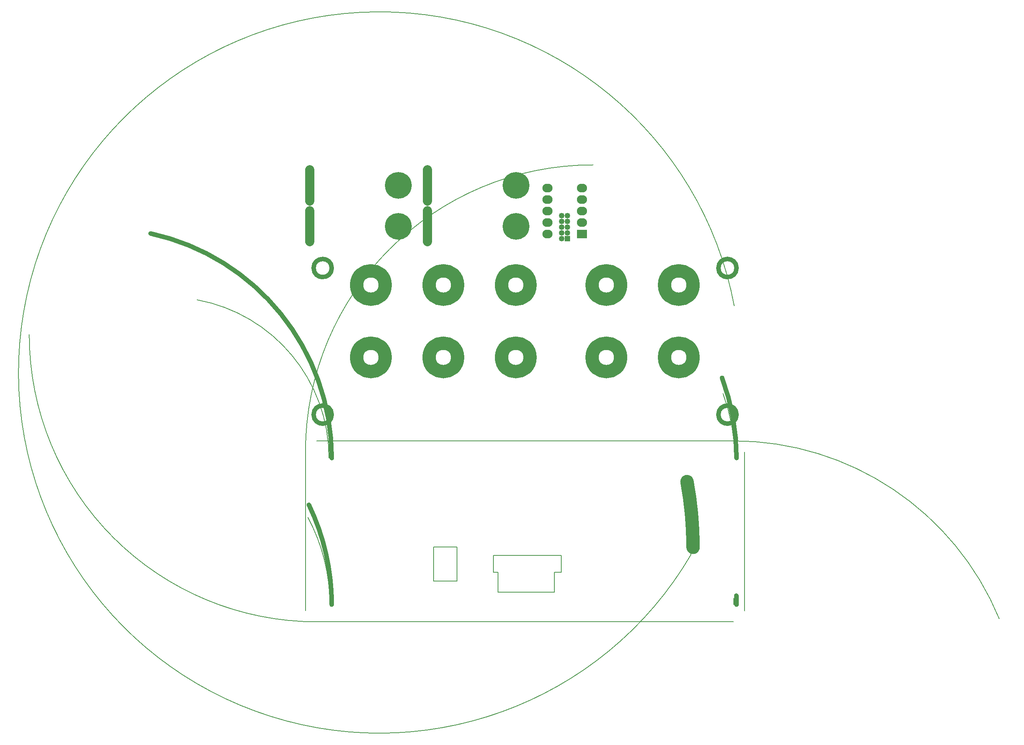
<source format=gbs>
%MOIN*%
%OFA0B0*%
%FSLAX46Y46*%
%IPPOS*%
%LPD*%
%ADD10C,0.0039370078740157488*%
%ADD11O,0.088X0.076*%
%ADD12R,0.088X0.076*%
%ADD13R,0.049338582677165357X0.049338582677165357*%
%ADD14C,0.049338582677165357*%
%ADD25C,0.0039370078740157488*%
%ADD26C,0.005905511811023622*%
%ADD27C,0.03937007874015748*%
%ADD28C,0.11811023622047245*%
%ADD39C,0.0039370078740157488*%
%ADD40C,0.03937007874015748*%
%ADD41C,0.11811023622047245*%
%ADD52C,0.0039370078740157488*%
%ADD53C,0.07874015748031496*%
%ADD54C,0.23228346456692917*%
%ADD65C,0.0039370078740157488*%
%ADD66C,0.07874015748031496*%
%ADD67C,0.23228346456692917*%
%ADD78C,0.0039370078740157488*%
%ADD79C,0.07874015748031496*%
%ADD80C,0.23228346456692917*%
%ADD91C,0.0039370078740157488*%
%ADD92C,0.07874015748031496*%
%ADD93C,0.23228346456692917*%
%LPD*%
G04 #@! TF.FileFunction,Soldermask,Bot*
G04 Gerber Fmt 4.6, Leading zero omitted, Abs format (unit mm)*
G04 Created by KiCad (PCBNEW no-bzr-kicad_new3d-viewer) date 13/05/2016 23:43:42*
G01*
G04 APERTURE LIST*
G04 APERTURE END LIST*
D10*
D11*
X-0003370037Y0006472440D02*
X0002105552Y0003375590D03*
X0002105552Y0003475590D03*
X0002105552Y0003575590D03*
X0002105552Y0003675589D03*
X0002105552Y0003775590D03*
D12*
X0002405552Y0003375590D03*
D11*
X0002405552Y0003475590D03*
X0002405552Y0003575590D03*
X0002405552Y0003675589D03*
X0002405552Y0003775590D03*
D13*
X0002278072Y0003334251D03*
D14*
X0002278072Y0003384251D03*
X0002278072Y0003434251D03*
X0002278072Y0003484251D03*
X0002278072Y0003534251D03*
X0002228072Y0003384251D03*
X0002228072Y0003434251D03*
X0002228072Y0003484251D03*
X0002228072Y0003534251D03*
X0002228072Y0003334251D03*
G04 split*
G04 #@! TF.FileFunction,Soldermask,Bot*
G04 Gerber Fmt 4.6, Leading zero omitted, Abs format (unit mm)*
G04 Created by KiCad (PCBNEW no-bzr-kicad_new3d-viewer) date 06/27/16 23:25:45*
G01G01*
G04 APERTURE LIST*
G04 APERTURE END LIST*
D25*
D26*
X0001319037Y0000652338D02*
X0001319037Y0000353127D01*
X0001114313Y0000652338D02*
X0001319037Y0000652338D01*
X0001114313Y0000353127D02*
X0001114313Y0000652338D01*
X0001319037Y0000353127D02*
X0001114313Y0000353127D01*
X0002165494Y0000431867D02*
X0002165494Y0000258637D01*
X0002224549Y0000431867D02*
X0002165494Y0000431867D01*
X0002224549Y0000577536D02*
X0002224549Y0000431867D01*
X0001633998Y0000577536D02*
X0002224549Y0000577536D01*
X0001633998Y0000431867D02*
X0001633998Y0000577536D01*
X0001673368Y0000431867D02*
X0001633998Y0000431867D01*
X0001673368Y0000258637D02*
X0001673368Y0000431867D01*
X0002165494Y0000258637D02*
X0001673368Y0000258637D01*
D27*
X0003748031Y0001425196D02*
G75*
G03G03X0095199998Y0036200002I-0002000000J0000000000D01X0095199998Y0036200002I-0002000000J0000000000D01*
G01G01*
X0003748031Y0000149606D02*
G75*
G03G03X0095199998Y0003800002I-0002000000J0000000000D01X0095199998Y0003800002I-0002000000J0000000000D01*
G01G01*
X0000228346Y0000149606D02*
G75*
G03G03X0005799999Y0003800002I-0002000000J0000000000D01X0005799999Y0003800002I-0002000000J0000000000D01*
G01G01*
X0000228346Y0001425196D02*
G75*
G03G03X0005799999Y0036200002I-0002000000J0000000000D01X0005799999Y0036200002I-0002000000J0000000000D01*
G01G01*
D28*
X0003369953Y0000647637D02*
G75*
G03G03X0085596823Y0016450002I-0003146824J0000000000D01X0085596823Y0016450002I-0003146824J0000000000D01*
G01G01*
D26*
X0000212598Y0000149606D02*
G75*
G03G03X0005399999Y0003800002I-0001600000J0000000000D01X0005399999Y0003800002I-0001600000J0000000000D01*
G01G01*
X0000098425Y0000000000D02*
G75*
G02G02X0000000000Y0002500002I0000000000J0002500000D01X0000000000Y0002500002I0000000000J0002500000D01*
G01G01*
X0003724409Y0000149606D02*
G75*
G03G03X0094599999Y0003800002I-0001400000J0000000000D01X0094599999Y0003800002I-0001400000J0000000000D01*
G01G01*
X0003818897Y0000098425D02*
G75*
G02G02X0094499999Y0000000002I-0002500000J0000000000D01X0094499999Y0000000002I-0002500000J0000000000D01*
G01G01*
X0003732283Y0001425196D02*
G75*
G03G03X0094799999Y0036200002I-0001600000J0000000000D01X0094799999Y0036200002I-0001600000J0000000000D01*
G01G01*
X0003720472Y0001574803D02*
G75*
G02G02X0096999999Y0037500002I0000000000J-0002500000D01X0096999999Y0037500002I0000000000J-0002500000D01*
G01G01*
X0000000000Y0001476378D02*
G75*
G02G02X0002499999Y0040000002I0002500000J0000000000D01X0002499999Y0040000002I0002500000J0000000000D01*
G01G01*
X0000204724Y0001425196D02*
G75*
G03G03X0005199999Y0036200002I-0001400000J0000000000D01X0005199999Y0036200002I-0001400000J0000000000D01*
G01G01*
X0000000000Y0001476378D02*
X0000000000Y0000098425D01*
X0003818897Y0000098425D02*
X0003818897Y0001476378D01*
X0003720472Y0000000000D02*
X0000098425Y0000000000D01*
X0003720472Y0001574803D02*
X0000098425Y0001574803D01*
X0003352720Y0000585253D02*
G75*
G02G02X0085149999Y0018050002I-0002709089J0001584562D01X0085149999Y0018050002I-0002709089J0001584562D01*
G01G01*
X0003352362Y0000710630D02*
X0003352362Y0000584645D01*
G04 split*
G04 #@! TF.FileFunction,Soldermask,Bot*
G04 Gerber Fmt 4.6, Leading zero omitted, Abs format (unit mm)*
G04 Created by KiCad (PCBNEW no-bzr-kicad_new3d-viewer) date 06/27/16 23:32:51*
G01G01G01G01*
G04 APERTURE LIST*
G04 APERTURE END LIST*
D39*
D40*
X0003748031Y0003078739D02*
G75*
G03G03G03G03X0003748031Y0003078739I-0000078740J0000000000D01X0003748031Y0003078739I-0000078740J0000000000D01X0003748031Y0003078739I-0000078740J0000000000D01X0003748031Y0003078739I-0000078740J0000000000D01*
G01G01G01G01*
X0003748031Y0001803149D02*
G75*
G03G03G03G03X0003748031Y0001803149I-0000078740J0000000000D01X0003748031Y0001803149I-0000078740J0000000000D01X0003748031Y0001803149I-0000078740J0000000000D01X0003748031Y0001803149I-0000078740J0000000000D01*
G01G01G01G01*
X0000228346Y0001803149D02*
G75*
G03G03G03G03X0000228346Y0001803149I-0000078740J0000000000D01X0000228346Y0001803149I-0000078740J0000000000D01X0000228346Y0001803149I-0000078740J0000000000D01X0000228346Y0001803149I-0000078740J0000000000D01*
G01G01G01G01*
X0000228346Y0003078739D02*
G75*
G03G03G03G03X0000228346Y0003078739I-0000078740J0000000000D01X0000228346Y0003078739I-0000078740J0000000000D01X0000228346Y0003078739I-0000078740J0000000000D01X0000228346Y0003078739I-0000078740J0000000000D01*
G01G01G01G01*
D41*
X0003369953Y0002931102D02*
G75*
G03G03G03G03X0003369953Y0002931102I-0000123890J0000000000D01X0003369953Y0002931102I-0000123890J0000000000D01X0003369953Y0002931102I-0000123890J0000000000D01X0003369953Y0002931102I-0000123890J0000000000D01*
G01G01G01G01*
X0002740032Y0002931102D02*
G75*
G03G03G03G03X0002740032Y0002931102I-0000123890J0000000000D01X0002740032Y0002931102I-0000123890J0000000000D01X0002740032Y0002931102I-0000123890J0000000000D01X0002740032Y0002931102I-0000123890J0000000000D01*
G01G01G01G01*
X0003369953Y0002301181D02*
G75*
G03G03G03G03X0003369953Y0002301181I-0000123890J0000000000D01X0003369953Y0002301181I-0000123890J0000000000D01X0003369953Y0002301181I-0000123890J0000000000D01X0003369953Y0002301181I-0000123890J0000000000D01*
G01G01G01G01*
X0002740032Y0002301181D02*
G75*
G03G03G03G03X0002740032Y0002301181I-0000123890J0000000000D01X0002740032Y0002301181I-0000123890J0000000000D01X0002740032Y0002301181I-0000123890J0000000000D01X0002740032Y0002301181I-0000123890J0000000000D01*
G01G01G01G01*
X0000692788Y0002931102D02*
G75*
G03G03G03G03X0000692788Y0002931102I-0000123890J0000000000D01X0000692788Y0002931102I-0000123890J0000000000D01X0000692788Y0002931102I-0000123890J0000000000D01X0000692788Y0002931102I-0000123890J0000000000D01*
G01G01G01G01*
X0001322709Y0002931102D02*
G75*
G03G03G03G03X0001322709Y0002931102I-0000123890J0000000000D01X0001322709Y0002931102I-0000123890J0000000000D01X0001322709Y0002931102I-0000123890J0000000000D01X0001322709Y0002931102I-0000123890J0000000000D01*
G01G01G01G01*
X0001952630Y0002931102D02*
G75*
G03G03G03G03X0001952630Y0002931102I-0000123890J0000000000D01X0001952630Y0002931102I-0000123890J0000000000D01X0001952630Y0002931102I-0000123890J0000000000D01X0001952630Y0002931102I-0000123890J0000000000D01*
G01G01G01G01*
X0000692788Y0002301181D02*
G75*
G03G03G03G03X0000692788Y0002301181I-0000123890J0000000000D01X0000692788Y0002301181I-0000123890J0000000000D01X0000692788Y0002301181I-0000123890J0000000000D01X0000692788Y0002301181I-0000123890J0000000000D01*
G01G01G01G01*
X0001322709Y0002301181D02*
G75*
G03G03G03G03X0001322709Y0002301181I-0000123890J0000000000D01X0001322709Y0002301181I-0000123890J0000000000D01X0001322709Y0002301181I-0000123890J0000000000D01X0001322709Y0002301181I-0000123890J0000000000D01*
G01G01G01G01*
X0001952630Y0002301181D02*
G75*
G03G03G03G03X0001952630Y0002301181I-0000123890J0000000000D01X0001952630Y0002301181I-0000123890J0000000000D01X0001952630Y0002301181I-0000123890J0000000000D01X0001952630Y0002301181I-0000123890J0000000000D01*
G01G01G01G01*
G04 split*
G04 #@! TF.FileFunction,Soldermask,Bot*
G04 Gerber Fmt 4.6, Leading zero omitted, Abs format (unit mm)*
G04 Created by KiCad (PCBNEW no-bzr-kicad_new3d-viewer) date 06/27/16 23:34:47*
G01G01*
G04 APERTURE LIST*
G04 APERTURE END LIST*
D52*
D53*
X0000037484Y0003578740D02*
X0000037484Y0003307085D01*
D54*
X0000807169Y0003442913D03*
G04 split*
G04 #@! TF.FileFunction,Soldermask,Bot*
G04 Gerber Fmt 4.6, Leading zero omitted, Abs format (unit mm)*
G04 Created by KiCad (PCBNEW no-bzr-kicad_new3d-viewer) date 06/27/16 23:34:47*
G01G01G01G01*
G04 APERTURE LIST*
G04 APERTURE END LIST*
D65*
D66*
X0000037484Y0003933070D02*
X0000037484Y0003661417D01*
D67*
X0000807169Y0003797243D03*
G04 split*
G04 #@! TF.FileFunction,Soldermask,Bot*
G04 Gerber Fmt 4.6, Leading zero omitted, Abs format (unit mm)*
G04 Created by KiCad (PCBNEW no-bzr-kicad_new3d-viewer) date 06/27/16 23:34:47*
G01G01G01G01*
G04 APERTURE LIST*
G04 APERTURE END LIST*
D78*
D79*
X0001061106Y0003578740D02*
X0001061106Y0003307085D01*
D80*
X0001830792Y0003442913D03*
G04 split*
G04 #@! TF.FileFunction,Soldermask,Bot*
G04 Gerber Fmt 4.6, Leading zero omitted, Abs format (unit mm)*
G04 Created by KiCad (PCBNEW no-bzr-kicad_new3d-viewer) date 06/27/16 23:34:47*
G01G01G01G01G01G01G01G01*
G04 APERTURE LIST*
G04 APERTURE END LIST*
D91*
D92*
X0001061106Y0003933070D02*
X0001061106Y0003661417D01*
D93*
X0001830792Y0003797243D03*
M02*

</source>
